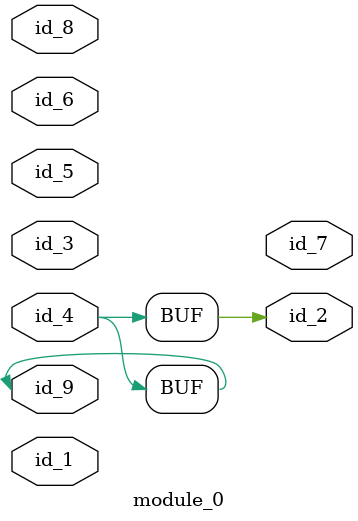
<source format=v>
module module_0 (
    id_1,
    id_2,
    id_3,
    id_4,
    id_5,
    id_6,
    id_7,
    id_8,
    id_9
);
  input id_9;
  input id_8;
  output id_7;
  input id_6;
  inout id_5;
  input id_4;
  inout id_3;
  output id_2;
  input id_1;
  assign id_2 = id_4;
  always id_2 <= id_9;
endmodule

</source>
